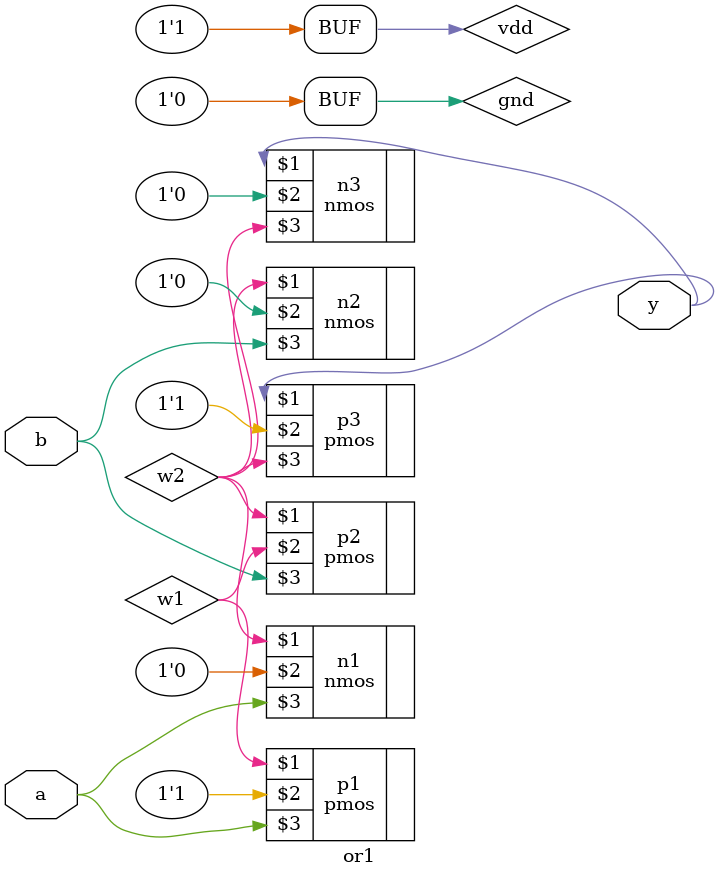
<source format=v>
module or1(input a,b, output y);
 // internal signals
	wire w1,w2;
	supply1 vdd;
	supply0 gnd;

		pmos p1(w1,vdd,a);
		pmos p2(w2,w1,b);
		pmos p3(y,vdd,w2);
		
		nmos n1(w2,gnd,a);
		nmos n2(w2,gnd,b);
		nmos n3(y,gnd,w2);



endmodule

</source>
